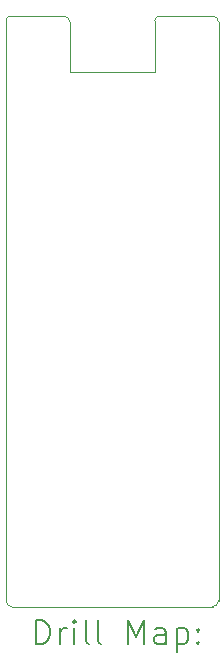
<source format=gbr>
%TF.GenerationSoftware,KiCad,Pcbnew,7.0.10*%
%TF.CreationDate,2024-01-27T03:33:38-06:00*%
%TF.ProjectId,STM32H503CBT6,53544d33-3248-4353-9033-434254362e6b,rev?*%
%TF.SameCoordinates,Original*%
%TF.FileFunction,Drillmap*%
%TF.FilePolarity,Positive*%
%FSLAX45Y45*%
G04 Gerber Fmt 4.5, Leading zero omitted, Abs format (unit mm)*
G04 Created by KiCad (PCBNEW 7.0.10) date 2024-01-27 03:33:38*
%MOMM*%
%LPD*%
G01*
G04 APERTURE LIST*
%ADD10C,0.100000*%
%ADD11C,0.200000*%
G04 APERTURE END LIST*
D10*
X9030000Y-5970000D02*
X9750000Y-5970000D01*
X8490000Y-5540000D02*
X8490000Y-10450000D01*
X10240000Y-10500000D02*
G75*
G03*
X10290000Y-10450000I0J50000D01*
G01*
X10290000Y-10450000D02*
X10290000Y-5550000D01*
X9029640Y-5550000D02*
G75*
G03*
X8979645Y-5500000I-50000J0D01*
G01*
X8530000Y-5500000D02*
G75*
G03*
X8490000Y-5540000I0J-40000D01*
G01*
X8979645Y-5500000D02*
X8530000Y-5500000D01*
X8490355Y-10449645D02*
G75*
G03*
X8540355Y-10499645I50005J5D01*
G01*
X8540000Y-10500000D02*
X10240000Y-10500000D01*
X9750000Y-5970000D02*
X9750000Y-5540000D01*
X9790284Y-5500004D02*
G75*
G03*
X9750284Y-5540000I-4J-39996D01*
G01*
X9790284Y-5500000D02*
X10239645Y-5500000D01*
X9030000Y-5550000D02*
X9030000Y-5970000D01*
X10289640Y-5550000D02*
G75*
G03*
X10239645Y-5500000I-50000J0D01*
G01*
D11*
X8745777Y-10816484D02*
X8745777Y-10616484D01*
X8745777Y-10616484D02*
X8793396Y-10616484D01*
X8793396Y-10616484D02*
X8821967Y-10626008D01*
X8821967Y-10626008D02*
X8841015Y-10645055D01*
X8841015Y-10645055D02*
X8850539Y-10664103D01*
X8850539Y-10664103D02*
X8860063Y-10702198D01*
X8860063Y-10702198D02*
X8860063Y-10730770D01*
X8860063Y-10730770D02*
X8850539Y-10768865D01*
X8850539Y-10768865D02*
X8841015Y-10787912D01*
X8841015Y-10787912D02*
X8821967Y-10806960D01*
X8821967Y-10806960D02*
X8793396Y-10816484D01*
X8793396Y-10816484D02*
X8745777Y-10816484D01*
X8945777Y-10816484D02*
X8945777Y-10683150D01*
X8945777Y-10721246D02*
X8955301Y-10702198D01*
X8955301Y-10702198D02*
X8964824Y-10692674D01*
X8964824Y-10692674D02*
X8983872Y-10683150D01*
X8983872Y-10683150D02*
X9002920Y-10683150D01*
X9069586Y-10816484D02*
X9069586Y-10683150D01*
X9069586Y-10616484D02*
X9060063Y-10626008D01*
X9060063Y-10626008D02*
X9069586Y-10635531D01*
X9069586Y-10635531D02*
X9079110Y-10626008D01*
X9079110Y-10626008D02*
X9069586Y-10616484D01*
X9069586Y-10616484D02*
X9069586Y-10635531D01*
X9193396Y-10816484D02*
X9174348Y-10806960D01*
X9174348Y-10806960D02*
X9164824Y-10787912D01*
X9164824Y-10787912D02*
X9164824Y-10616484D01*
X9298158Y-10816484D02*
X9279110Y-10806960D01*
X9279110Y-10806960D02*
X9269586Y-10787912D01*
X9269586Y-10787912D02*
X9269586Y-10616484D01*
X9526729Y-10816484D02*
X9526729Y-10616484D01*
X9526729Y-10616484D02*
X9593396Y-10759341D01*
X9593396Y-10759341D02*
X9660063Y-10616484D01*
X9660063Y-10616484D02*
X9660063Y-10816484D01*
X9841015Y-10816484D02*
X9841015Y-10711722D01*
X9841015Y-10711722D02*
X9831491Y-10692674D01*
X9831491Y-10692674D02*
X9812444Y-10683150D01*
X9812444Y-10683150D02*
X9774348Y-10683150D01*
X9774348Y-10683150D02*
X9755301Y-10692674D01*
X9841015Y-10806960D02*
X9821967Y-10816484D01*
X9821967Y-10816484D02*
X9774348Y-10816484D01*
X9774348Y-10816484D02*
X9755301Y-10806960D01*
X9755301Y-10806960D02*
X9745777Y-10787912D01*
X9745777Y-10787912D02*
X9745777Y-10768865D01*
X9745777Y-10768865D02*
X9755301Y-10749817D01*
X9755301Y-10749817D02*
X9774348Y-10740293D01*
X9774348Y-10740293D02*
X9821967Y-10740293D01*
X9821967Y-10740293D02*
X9841015Y-10730770D01*
X9936253Y-10683150D02*
X9936253Y-10883150D01*
X9936253Y-10692674D02*
X9955301Y-10683150D01*
X9955301Y-10683150D02*
X9993396Y-10683150D01*
X9993396Y-10683150D02*
X10012444Y-10692674D01*
X10012444Y-10692674D02*
X10021967Y-10702198D01*
X10021967Y-10702198D02*
X10031491Y-10721246D01*
X10031491Y-10721246D02*
X10031491Y-10778389D01*
X10031491Y-10778389D02*
X10021967Y-10797436D01*
X10021967Y-10797436D02*
X10012444Y-10806960D01*
X10012444Y-10806960D02*
X9993396Y-10816484D01*
X9993396Y-10816484D02*
X9955301Y-10816484D01*
X9955301Y-10816484D02*
X9936253Y-10806960D01*
X10117205Y-10797436D02*
X10126729Y-10806960D01*
X10126729Y-10806960D02*
X10117205Y-10816484D01*
X10117205Y-10816484D02*
X10107682Y-10806960D01*
X10107682Y-10806960D02*
X10117205Y-10797436D01*
X10117205Y-10797436D02*
X10117205Y-10816484D01*
X10117205Y-10692674D02*
X10126729Y-10702198D01*
X10126729Y-10702198D02*
X10117205Y-10711722D01*
X10117205Y-10711722D02*
X10107682Y-10702198D01*
X10107682Y-10702198D02*
X10117205Y-10692674D01*
X10117205Y-10692674D02*
X10117205Y-10711722D01*
M02*

</source>
